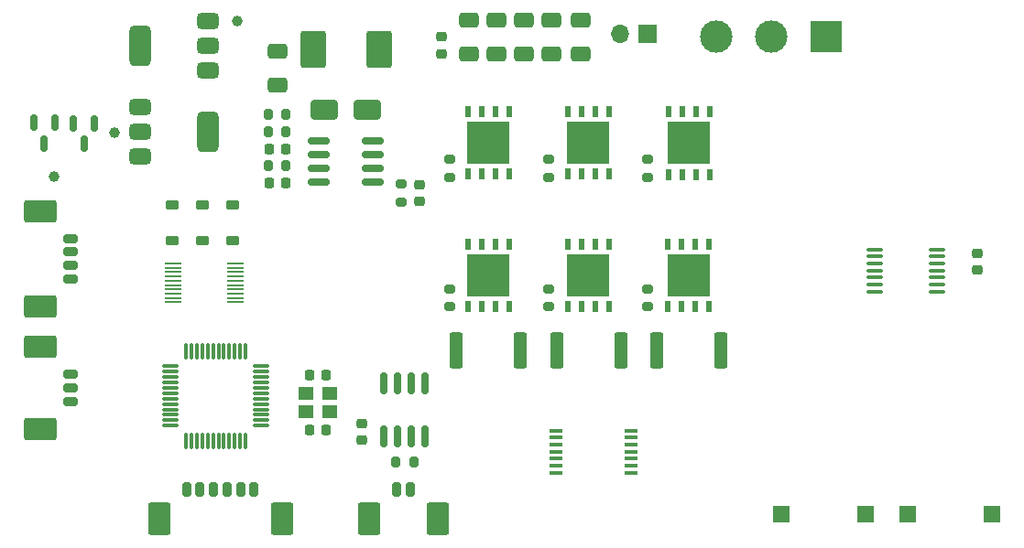
<source format=gbr>
%TF.GenerationSoftware,KiCad,Pcbnew,8.0.3-rc1*%
%TF.CreationDate,2024-06-29T16:34:32+08:00*%
%TF.ProjectId,MC_G431C8,4d435f47-3433-4314-9338-2e6b69636164,rev?*%
%TF.SameCoordinates,Original*%
%TF.FileFunction,Soldermask,Top*%
%TF.FilePolarity,Negative*%
%FSLAX46Y46*%
G04 Gerber Fmt 4.6, Leading zero omitted, Abs format (unit mm)*
G04 Created by KiCad (PCBNEW 8.0.3-rc1) date 2024-06-29 16:34:32*
%MOMM*%
%LPD*%
G01*
G04 APERTURE LIST*
G04 Aperture macros list*
%AMRoundRect*
0 Rectangle with rounded corners*
0 $1 Rounding radius*
0 $2 $3 $4 $5 $6 $7 $8 $9 X,Y pos of 4 corners*
0 Add a 4 corners polygon primitive as box body*
4,1,4,$2,$3,$4,$5,$6,$7,$8,$9,$2,$3,0*
0 Add four circle primitives for the rounded corners*
1,1,$1+$1,$2,$3*
1,1,$1+$1,$4,$5*
1,1,$1+$1,$6,$7*
1,1,$1+$1,$8,$9*
0 Add four rect primitives between the rounded corners*
20,1,$1+$1,$2,$3,$4,$5,0*
20,1,$1+$1,$4,$5,$6,$7,0*
20,1,$1+$1,$6,$7,$8,$9,0*
20,1,$1+$1,$8,$9,$2,$3,0*%
G04 Aperture macros list end*
%ADD10RoundRect,0.200000X-0.275000X0.200000X-0.275000X-0.200000X0.275000X-0.200000X0.275000X0.200000X0*%
%ADD11RoundRect,0.150000X-0.150000X0.587500X-0.150000X-0.587500X0.150000X-0.587500X0.150000X0.587500X0*%
%ADD12RoundRect,0.250000X0.650000X-0.412500X0.650000X0.412500X-0.650000X0.412500X-0.650000X-0.412500X0*%
%ADD13R,0.500000X1.100000*%
%ADD14R,4.000000X4.000000*%
%ADD15RoundRect,0.225000X0.250000X-0.225000X0.250000X0.225000X-0.250000X0.225000X-0.250000X-0.225000X0*%
%ADD16RoundRect,0.225000X0.225000X0.250000X-0.225000X0.250000X-0.225000X-0.250000X0.225000X-0.250000X0*%
%ADD17C,1.000000*%
%ADD18R,1.500000X1.500000*%
%ADD19RoundRect,0.200000X-0.200000X-0.275000X0.200000X-0.275000X0.200000X0.275000X-0.200000X0.275000X0*%
%ADD20RoundRect,0.200000X-0.450000X0.200000X-0.450000X-0.200000X0.450000X-0.200000X0.450000X0.200000X0*%
%ADD21RoundRect,0.250001X-1.249999X0.799999X-1.249999X-0.799999X1.249999X-0.799999X1.249999X0.799999X0*%
%ADD22RoundRect,0.062500X-0.675000X-0.062500X0.675000X-0.062500X0.675000X0.062500X-0.675000X0.062500X0*%
%ADD23RoundRect,0.250000X-0.362500X-1.425000X0.362500X-1.425000X0.362500X1.425000X-0.362500X1.425000X0*%
%ADD24RoundRect,0.250000X1.000000X0.650000X-1.000000X0.650000X-1.000000X-0.650000X1.000000X-0.650000X0*%
%ADD25RoundRect,0.150000X-0.150000X0.825000X-0.150000X-0.825000X0.150000X-0.825000X0.150000X0.825000X0*%
%ADD26RoundRect,0.375000X-0.625000X-0.375000X0.625000X-0.375000X0.625000X0.375000X-0.625000X0.375000X0*%
%ADD27RoundRect,0.500000X-0.500000X-1.400000X0.500000X-1.400000X0.500000X1.400000X-0.500000X1.400000X0*%
%ADD28RoundRect,0.150000X0.825000X0.150000X-0.825000X0.150000X-0.825000X-0.150000X0.825000X-0.150000X0*%
%ADD29RoundRect,0.200000X-0.200000X-0.450000X0.200000X-0.450000X0.200000X0.450000X-0.200000X0.450000X0*%
%ADD30RoundRect,0.250001X-0.799999X-1.249999X0.799999X-1.249999X0.799999X1.249999X-0.799999X1.249999X0*%
%ADD31R,1.200000X0.400000*%
%ADD32RoundRect,0.225000X-0.225000X-0.250000X0.225000X-0.250000X0.225000X0.250000X-0.225000X0.250000X0*%
%ADD33R,3.000000X3.000000*%
%ADD34C,3.000000*%
%ADD35RoundRect,0.225000X0.375000X-0.225000X0.375000X0.225000X-0.375000X0.225000X-0.375000X-0.225000X0*%
%ADD36R,1.700000X1.700000*%
%ADD37O,1.700000X1.700000*%
%ADD38RoundRect,0.100000X-0.637500X-0.100000X0.637500X-0.100000X0.637500X0.100000X-0.637500X0.100000X0*%
%ADD39R,1.400000X1.200000*%
%ADD40RoundRect,0.235000X0.940000X1.465000X-0.940000X1.465000X-0.940000X-1.465000X0.940000X-1.465000X0*%
%ADD41RoundRect,0.200000X0.200000X0.275000X-0.200000X0.275000X-0.200000X-0.275000X0.200000X-0.275000X0*%
%ADD42RoundRect,0.375000X0.625000X0.375000X-0.625000X0.375000X-0.625000X-0.375000X0.625000X-0.375000X0*%
%ADD43RoundRect,0.500000X0.500000X1.400000X-0.500000X1.400000X-0.500000X-1.400000X0.500000X-1.400000X0*%
%ADD44RoundRect,0.075000X0.662500X0.075000X-0.662500X0.075000X-0.662500X-0.075000X0.662500X-0.075000X0*%
%ADD45RoundRect,0.075000X0.075000X0.662500X-0.075000X0.662500X-0.075000X-0.662500X0.075000X-0.662500X0*%
G04 APERTURE END LIST*
D10*
%TO.C,R22*%
X145552000Y-74711000D03*
X145552000Y-76361000D03*
%TD*%
D11*
%TO.C,U4*%
X112720000Y-71375000D03*
X110820000Y-71375000D03*
X111770000Y-73250000D03*
%TD*%
D12*
%TO.C,C42*%
X157720000Y-64945000D03*
X157720000Y-61820000D03*
%TD*%
D13*
%TO.C,Q4*%
X160292100Y-82581000D03*
X159022100Y-82581000D03*
X157752100Y-82581000D03*
X156482100Y-82581000D03*
X156482100Y-88381000D03*
X157752100Y-88381000D03*
X159022100Y-88381000D03*
X160292100Y-88381000D03*
D14*
X158387100Y-85481000D03*
%TD*%
D15*
%TO.C,C44*%
X137424000Y-100695000D03*
X137424000Y-99145000D03*
%TD*%
D16*
%TO.C,C21*%
X134148000Y-94665500D03*
X132598000Y-94665500D03*
%TD*%
D17*
%TO.C,TP3*%
X108976000Y-76298000D03*
%TD*%
D12*
%TO.C,C39*%
X147330000Y-64945000D03*
X147330000Y-61820000D03*
%TD*%
D18*
%TO.C,reset1*%
X195680000Y-107540000D03*
X187880000Y-107540000D03*
%TD*%
D19*
%TO.C,R8*%
X128819234Y-70569556D03*
X130469234Y-70569556D03*
%TD*%
D12*
%TO.C,C41*%
X152410000Y-64945000D03*
X152410000Y-61820000D03*
%TD*%
D20*
%TO.C,J2*%
X110522000Y-94606000D03*
X110522000Y-95856000D03*
X110522000Y-97106000D03*
D21*
X107772000Y-92056000D03*
X107772000Y-99656000D03*
%TD*%
D10*
%TO.C,R6*%
X141064666Y-76997000D03*
X141064666Y-78647000D03*
%TD*%
D13*
%TO.C,Q3*%
X151077000Y-82581000D03*
X149807000Y-82581000D03*
X148537000Y-82581000D03*
X147267000Y-82581000D03*
X147267000Y-88381000D03*
X148537000Y-88381000D03*
X149807000Y-88381000D03*
X151077000Y-88381000D03*
D14*
X149172000Y-85481000D03*
%TD*%
D22*
%TO.C,U2*%
X120061334Y-84356686D03*
X120061334Y-84756686D03*
X120061334Y-85156686D03*
X120061334Y-85556686D03*
X120061334Y-85956686D03*
X120061334Y-86356686D03*
X120061334Y-86756686D03*
X120061334Y-87156686D03*
X120061334Y-87556686D03*
X120061334Y-87956686D03*
X125786334Y-87956686D03*
X125786334Y-87556686D03*
X125786334Y-87156686D03*
X125786334Y-86756686D03*
X125786334Y-86356686D03*
X125786334Y-85956686D03*
X125786334Y-85556686D03*
X125786334Y-85156686D03*
X125786334Y-84756686D03*
X125786334Y-84356686D03*
%TD*%
D23*
%TO.C,R34*%
X164714768Y-92363000D03*
X170639768Y-92363000D03*
%TD*%
D12*
%TO.C,C40*%
X149870000Y-64945000D03*
X149870000Y-61820000D03*
%TD*%
D24*
%TO.C,D5*%
X138008845Y-70163453D03*
X134008845Y-70163453D03*
%TD*%
D15*
%TO.C,C43*%
X194320000Y-84960000D03*
X194320000Y-83410000D03*
%TD*%
D25*
%TO.C,U9*%
X143329665Y-95413000D03*
X142059665Y-95413000D03*
X140789665Y-95413000D03*
X139519665Y-95413000D03*
X139519665Y-100363000D03*
X140789665Y-100363000D03*
X142059665Y-100363000D03*
X143329665Y-100363000D03*
%TD*%
D16*
%TO.C,C10*%
X130419234Y-73744556D03*
X128869234Y-73744556D03*
%TD*%
D18*
%TO.C,key_1*%
X183996000Y-107540000D03*
X176196000Y-107540000D03*
%TD*%
D10*
%TO.C,R32*%
X163840000Y-74711000D03*
X163840000Y-76361000D03*
%TD*%
D15*
%TO.C,C11*%
X142758000Y-78597000D03*
X142758000Y-77047000D03*
%TD*%
D17*
%TO.C,TP2*%
X114564000Y-72234000D03*
%TD*%
D26*
%TO.C,U6*%
X116953283Y-69893133D03*
X116953283Y-72193133D03*
D27*
X123253283Y-72193133D03*
D26*
X116953283Y-74493133D03*
%TD*%
D13*
%TO.C,Q6*%
X169582268Y-82570686D03*
X168312268Y-82570686D03*
X167042268Y-82570686D03*
X165772268Y-82570686D03*
X165772268Y-88370686D03*
X167042268Y-88370686D03*
X168312268Y-88370686D03*
X169582268Y-88370686D03*
D14*
X167677268Y-85470686D03*
%TD*%
D12*
%TO.C,C14*%
X129664234Y-67817056D03*
X129664234Y-64692056D03*
%TD*%
D15*
%TO.C,C4*%
X144790000Y-64932500D03*
X144790000Y-63382500D03*
%TD*%
D10*
%TO.C,R33*%
X163840000Y-86712000D03*
X163840000Y-88362000D03*
%TD*%
D11*
%TO.C,Q1*%
X109069864Y-71351245D03*
X107169864Y-71351245D03*
X108119864Y-73226245D03*
%TD*%
D23*
%TO.C,R28*%
X155462134Y-92363000D03*
X161387134Y-92363000D03*
%TD*%
D28*
%TO.C,U5*%
X138440000Y-76803782D03*
X138440000Y-75533782D03*
X138440000Y-74263782D03*
X138440000Y-72993782D03*
X133490000Y-72993782D03*
X133490000Y-74263782D03*
X133490000Y-75533782D03*
X133490000Y-76803782D03*
%TD*%
D13*
%TO.C,Q8*%
X151077000Y-70294423D03*
X149807000Y-70294423D03*
X148537000Y-70294423D03*
X147267000Y-70294423D03*
X147267000Y-76094423D03*
X148537000Y-76094423D03*
X149807000Y-76094423D03*
X151077000Y-76094423D03*
D14*
X149172000Y-73194423D03*
%TD*%
D29*
%TO.C,J4*%
X121258000Y-105232000D03*
X122508000Y-105232000D03*
X123758000Y-105232000D03*
X125008000Y-105232000D03*
X126258000Y-105232000D03*
X127508000Y-105232000D03*
D30*
X118708000Y-107982000D03*
X130058000Y-107982000D03*
%TD*%
D10*
%TO.C,R27*%
X154696000Y-86712000D03*
X154696000Y-88362000D03*
%TD*%
D17*
%TO.C,TP1*%
X125905409Y-61952695D03*
%TD*%
D31*
%TO.C,U3*%
X155416000Y-99830000D03*
X155416000Y-100480000D03*
X155416000Y-101130000D03*
X155416000Y-101780000D03*
X155416000Y-102430000D03*
X155416000Y-103080000D03*
X155416000Y-103730000D03*
X162316000Y-103730000D03*
X162316000Y-103080000D03*
X162316000Y-102430000D03*
X162316000Y-101780000D03*
X162316000Y-101130000D03*
X162316000Y-100480000D03*
X162316000Y-99830000D03*
%TD*%
D10*
%TO.C,R26*%
X154696000Y-74711000D03*
X154696000Y-76361000D03*
%TD*%
D32*
%TO.C,C20*%
X132598000Y-99745500D03*
X134148000Y-99745500D03*
%TD*%
D33*
%TO.C,J5*%
X180350000Y-63344000D03*
D34*
X175270000Y-63344000D03*
X170190000Y-63344000D03*
%TD*%
D29*
%TO.C,J6*%
X140714145Y-105232000D03*
X141964145Y-105232000D03*
D30*
X138164145Y-107982000D03*
X144514145Y-107982000D03*
%TD*%
D35*
%TO.C,D7*%
X119898000Y-82266000D03*
X119898000Y-78966000D03*
%TD*%
D36*
%TO.C,J1*%
X163840000Y-63090000D03*
D37*
X161300000Y-63090000D03*
%TD*%
D38*
%TO.C,U8*%
X184891369Y-83057220D03*
X184891369Y-83707220D03*
X184891369Y-84357220D03*
X184891369Y-85007220D03*
X184891369Y-85657220D03*
X184891369Y-86307220D03*
X184891369Y-86957220D03*
X190616369Y-86957220D03*
X190616369Y-86307220D03*
X190616369Y-85657220D03*
X190616369Y-85007220D03*
X190616369Y-84357220D03*
X190616369Y-83707220D03*
X190616369Y-83057220D03*
%TD*%
D39*
%TO.C,Y1*%
X134473000Y-96355500D03*
X132273000Y-96355500D03*
X132273000Y-98055500D03*
X134473000Y-98055500D03*
%TD*%
D10*
%TO.C,R21*%
X145552000Y-86712000D03*
X145552000Y-88362000D03*
%TD*%
D16*
%TO.C,C7*%
X130419234Y-76919556D03*
X128869234Y-76919556D03*
%TD*%
D40*
%TO.C,L1*%
X139058816Y-64535000D03*
X133008816Y-64535000D03*
%TD*%
D23*
%TO.C,R23*%
X146209500Y-92363000D03*
X152134500Y-92363000D03*
%TD*%
D41*
%TO.C,R9*%
X130469234Y-72157056D03*
X128819234Y-72157056D03*
%TD*%
D12*
%TO.C,C3*%
X154950000Y-64945000D03*
X154950000Y-61820000D03*
%TD*%
D13*
%TO.C,Q2*%
X160292100Y-70294423D03*
X159022100Y-70294423D03*
X157752100Y-70294423D03*
X156482100Y-70294423D03*
X156482100Y-76094423D03*
X157752100Y-76094423D03*
X159022100Y-76094423D03*
X160292100Y-76094423D03*
D14*
X158387100Y-73194423D03*
%TD*%
D35*
%TO.C,D2*%
X125486000Y-82266000D03*
X125486000Y-78966000D03*
%TD*%
D13*
%TO.C,Q5*%
X169607201Y-70318869D03*
X168337201Y-70318869D03*
X167067201Y-70318869D03*
X165797201Y-70318869D03*
X165797201Y-76118869D03*
X167067201Y-76118869D03*
X168337201Y-76118869D03*
X169607201Y-76118869D03*
D14*
X167702201Y-73218869D03*
%TD*%
D42*
%TO.C,U7*%
X123253283Y-66536226D03*
X123253283Y-64236226D03*
D43*
X116953283Y-64236226D03*
D42*
X123253283Y-61936226D03*
%TD*%
D20*
%TO.C,J3*%
X110522000Y-82043000D03*
X110522000Y-83293000D03*
X110522000Y-84543000D03*
X110522000Y-85793000D03*
D21*
X107772000Y-79493000D03*
X107772000Y-88343000D03*
%TD*%
D44*
%TO.C,U1*%
X128124500Y-99368000D03*
X128124500Y-98868000D03*
X128124500Y-98368000D03*
X128124500Y-97868000D03*
X128124500Y-97368000D03*
X128124500Y-96868000D03*
X128124500Y-96368000D03*
X128124500Y-95868000D03*
X128124500Y-95368000D03*
X128124500Y-94868000D03*
X128124500Y-94368000D03*
X128124500Y-93868000D03*
D45*
X126712000Y-92455500D03*
X126212000Y-92455500D03*
X125712000Y-92455500D03*
X125212000Y-92455500D03*
X124712000Y-92455500D03*
X124212000Y-92455500D03*
X123712000Y-92455500D03*
X123212000Y-92455500D03*
X122712000Y-92455500D03*
X122212000Y-92455500D03*
X121712000Y-92455500D03*
X121212000Y-92455500D03*
D44*
X119799500Y-93868000D03*
X119799500Y-94368000D03*
X119799500Y-94868000D03*
X119799500Y-95368000D03*
X119799500Y-95868000D03*
X119799500Y-96368000D03*
X119799500Y-96868000D03*
X119799500Y-97368000D03*
X119799500Y-97868000D03*
X119799500Y-98368000D03*
X119799500Y-98868000D03*
X119799500Y-99368000D03*
D45*
X121212000Y-100780500D03*
X121712000Y-100780500D03*
X122212000Y-100780500D03*
X122712000Y-100780500D03*
X123212000Y-100780500D03*
X123712000Y-100780500D03*
X124212000Y-100780500D03*
X124712000Y-100780500D03*
X125212000Y-100780500D03*
X125712000Y-100780500D03*
X126212000Y-100780500D03*
X126712000Y-100780500D03*
%TD*%
D41*
%TO.C,R5*%
X130469234Y-75332056D03*
X128819234Y-75332056D03*
%TD*%
%TO.C,R57*%
X142258267Y-102758000D03*
X140608267Y-102758000D03*
%TD*%
D35*
%TO.C,D6*%
X122692000Y-82266000D03*
X122692000Y-78966000D03*
%TD*%
M02*

</source>
